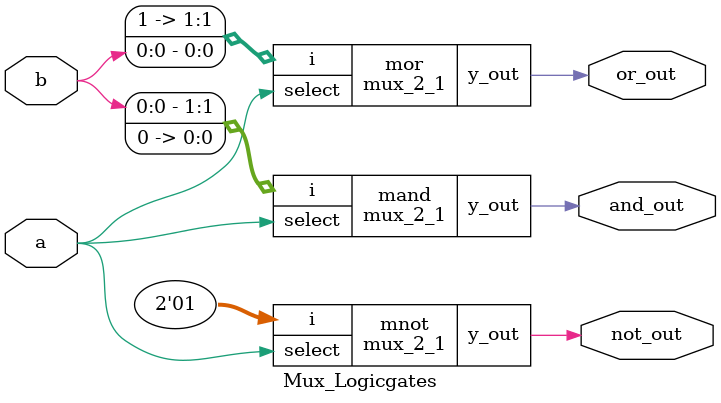
<source format=v>
`timescale 1ns / 1ps

module mux_2_1(
    input [1:0] i,
    input select,
    output y_out    
    );
    assign y_out= select ? i[1] : i[0];
endmodule
module Mux_Logicgates(
    input a,b,
    output and_out,
    output or_out,
    output not_out
    );

    mux_2_1 mand({b, 1'b0}, a, and_out);

    mux_2_1 mor({1'b1, b}, a, or_out);

    mux_2_1 mnot({1'b0, 1'b1}, a, not_out);    
    
endmodule

</source>
